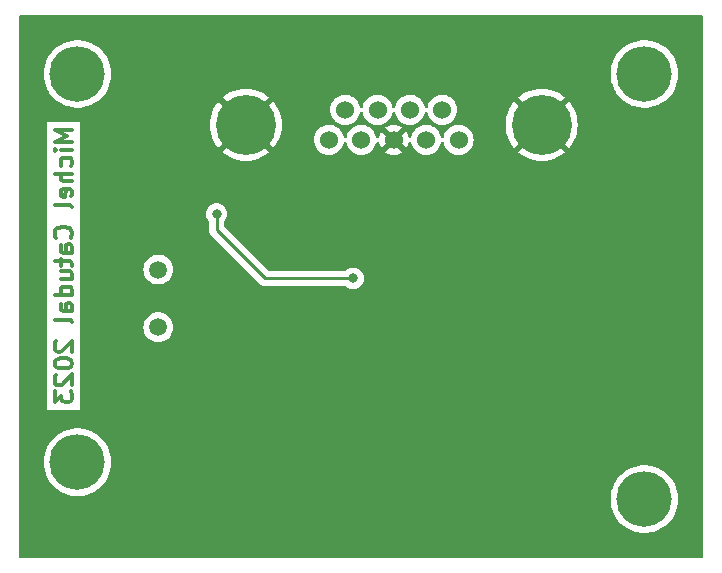
<source format=gbl>
G04 #@! TF.GenerationSoftware,KiCad,Pcbnew,8.0.6*
G04 #@! TF.CreationDate,2025-01-13T19:20:44-05:00*
G04 #@! TF.ProjectId,yy_CAN_board,79795f43-414e-45f6-926f-6172642e6b69,1.0*
G04 #@! TF.SameCoordinates,Original*
G04 #@! TF.FileFunction,Copper,L2,Bot*
G04 #@! TF.FilePolarity,Positive*
%FSLAX46Y46*%
G04 Gerber Fmt 4.6, Leading zero omitted, Abs format (unit mm)*
G04 Created by KiCad (PCBNEW 8.0.6) date 2025-01-13 19:20:44*
%MOMM*%
%LPD*%
G01*
G04 APERTURE LIST*
%ADD10C,0.300000*%
G04 #@! TA.AperFunction,NonConductor*
%ADD11C,0.300000*%
G04 #@! TD*
G04 #@! TA.AperFunction,ComponentPad*
%ADD12C,4.700000*%
G04 #@! TD*
G04 #@! TA.AperFunction,ComponentPad*
%ADD13C,5.080000*%
G04 #@! TD*
G04 #@! TA.AperFunction,ComponentPad*
%ADD14C,1.524000*%
G04 #@! TD*
G04 #@! TA.AperFunction,ComponentPad*
%ADD15C,1.500000*%
G04 #@! TD*
G04 #@! TA.AperFunction,ViaPad*
%ADD16C,0.800000*%
G04 #@! TD*
G04 #@! TA.AperFunction,Conductor*
%ADD17C,0.250000*%
G04 #@! TD*
G04 APERTURE END LIST*
D10*
D11*
X116567928Y-96725400D02*
X115067928Y-96725400D01*
X115067928Y-96725400D02*
X116139357Y-97225400D01*
X116139357Y-97225400D02*
X115067928Y-97725400D01*
X115067928Y-97725400D02*
X116567928Y-97725400D01*
X116567928Y-98439686D02*
X115567928Y-98439686D01*
X115067928Y-98439686D02*
X115139357Y-98368258D01*
X115139357Y-98368258D02*
X115210785Y-98439686D01*
X115210785Y-98439686D02*
X115139357Y-98511115D01*
X115139357Y-98511115D02*
X115067928Y-98439686D01*
X115067928Y-98439686D02*
X115210785Y-98439686D01*
X116496500Y-99796830D02*
X116567928Y-99653972D01*
X116567928Y-99653972D02*
X116567928Y-99368258D01*
X116567928Y-99368258D02*
X116496500Y-99225401D01*
X116496500Y-99225401D02*
X116425071Y-99153972D01*
X116425071Y-99153972D02*
X116282214Y-99082544D01*
X116282214Y-99082544D02*
X115853642Y-99082544D01*
X115853642Y-99082544D02*
X115710785Y-99153972D01*
X115710785Y-99153972D02*
X115639357Y-99225401D01*
X115639357Y-99225401D02*
X115567928Y-99368258D01*
X115567928Y-99368258D02*
X115567928Y-99653972D01*
X115567928Y-99653972D02*
X115639357Y-99796830D01*
X116567928Y-100439686D02*
X115067928Y-100439686D01*
X116567928Y-101082544D02*
X115782214Y-101082544D01*
X115782214Y-101082544D02*
X115639357Y-101011115D01*
X115639357Y-101011115D02*
X115567928Y-100868258D01*
X115567928Y-100868258D02*
X115567928Y-100653972D01*
X115567928Y-100653972D02*
X115639357Y-100511115D01*
X115639357Y-100511115D02*
X115710785Y-100439686D01*
X116496500Y-102368258D02*
X116567928Y-102225401D01*
X116567928Y-102225401D02*
X116567928Y-101939687D01*
X116567928Y-101939687D02*
X116496500Y-101796829D01*
X116496500Y-101796829D02*
X116353642Y-101725401D01*
X116353642Y-101725401D02*
X115782214Y-101725401D01*
X115782214Y-101725401D02*
X115639357Y-101796829D01*
X115639357Y-101796829D02*
X115567928Y-101939687D01*
X115567928Y-101939687D02*
X115567928Y-102225401D01*
X115567928Y-102225401D02*
X115639357Y-102368258D01*
X115639357Y-102368258D02*
X115782214Y-102439687D01*
X115782214Y-102439687D02*
X115925071Y-102439687D01*
X115925071Y-102439687D02*
X116067928Y-101725401D01*
X116567928Y-103296829D02*
X116496500Y-103153972D01*
X116496500Y-103153972D02*
X116353642Y-103082543D01*
X116353642Y-103082543D02*
X115067928Y-103082543D01*
X116425071Y-105868257D02*
X116496500Y-105796829D01*
X116496500Y-105796829D02*
X116567928Y-105582543D01*
X116567928Y-105582543D02*
X116567928Y-105439686D01*
X116567928Y-105439686D02*
X116496500Y-105225400D01*
X116496500Y-105225400D02*
X116353642Y-105082543D01*
X116353642Y-105082543D02*
X116210785Y-105011114D01*
X116210785Y-105011114D02*
X115925071Y-104939686D01*
X115925071Y-104939686D02*
X115710785Y-104939686D01*
X115710785Y-104939686D02*
X115425071Y-105011114D01*
X115425071Y-105011114D02*
X115282214Y-105082543D01*
X115282214Y-105082543D02*
X115139357Y-105225400D01*
X115139357Y-105225400D02*
X115067928Y-105439686D01*
X115067928Y-105439686D02*
X115067928Y-105582543D01*
X115067928Y-105582543D02*
X115139357Y-105796829D01*
X115139357Y-105796829D02*
X115210785Y-105868257D01*
X116567928Y-107153972D02*
X115782214Y-107153972D01*
X115782214Y-107153972D02*
X115639357Y-107082543D01*
X115639357Y-107082543D02*
X115567928Y-106939686D01*
X115567928Y-106939686D02*
X115567928Y-106653972D01*
X115567928Y-106653972D02*
X115639357Y-106511114D01*
X116496500Y-107153972D02*
X116567928Y-107011114D01*
X116567928Y-107011114D02*
X116567928Y-106653972D01*
X116567928Y-106653972D02*
X116496500Y-106511114D01*
X116496500Y-106511114D02*
X116353642Y-106439686D01*
X116353642Y-106439686D02*
X116210785Y-106439686D01*
X116210785Y-106439686D02*
X116067928Y-106511114D01*
X116067928Y-106511114D02*
X115996500Y-106653972D01*
X115996500Y-106653972D02*
X115996500Y-107011114D01*
X115996500Y-107011114D02*
X115925071Y-107153972D01*
X115567928Y-107653972D02*
X115567928Y-108225400D01*
X115067928Y-107868257D02*
X116353642Y-107868257D01*
X116353642Y-107868257D02*
X116496500Y-107939686D01*
X116496500Y-107939686D02*
X116567928Y-108082543D01*
X116567928Y-108082543D02*
X116567928Y-108225400D01*
X115567928Y-109368258D02*
X116567928Y-109368258D01*
X115567928Y-108725400D02*
X116353642Y-108725400D01*
X116353642Y-108725400D02*
X116496500Y-108796829D01*
X116496500Y-108796829D02*
X116567928Y-108939686D01*
X116567928Y-108939686D02*
X116567928Y-109153972D01*
X116567928Y-109153972D02*
X116496500Y-109296829D01*
X116496500Y-109296829D02*
X116425071Y-109368258D01*
X116567928Y-110725401D02*
X115067928Y-110725401D01*
X116496500Y-110725401D02*
X116567928Y-110582543D01*
X116567928Y-110582543D02*
X116567928Y-110296829D01*
X116567928Y-110296829D02*
X116496500Y-110153972D01*
X116496500Y-110153972D02*
X116425071Y-110082543D01*
X116425071Y-110082543D02*
X116282214Y-110011115D01*
X116282214Y-110011115D02*
X115853642Y-110011115D01*
X115853642Y-110011115D02*
X115710785Y-110082543D01*
X115710785Y-110082543D02*
X115639357Y-110153972D01*
X115639357Y-110153972D02*
X115567928Y-110296829D01*
X115567928Y-110296829D02*
X115567928Y-110582543D01*
X115567928Y-110582543D02*
X115639357Y-110725401D01*
X116567928Y-112082544D02*
X115782214Y-112082544D01*
X115782214Y-112082544D02*
X115639357Y-112011115D01*
X115639357Y-112011115D02*
X115567928Y-111868258D01*
X115567928Y-111868258D02*
X115567928Y-111582544D01*
X115567928Y-111582544D02*
X115639357Y-111439686D01*
X116496500Y-112082544D02*
X116567928Y-111939686D01*
X116567928Y-111939686D02*
X116567928Y-111582544D01*
X116567928Y-111582544D02*
X116496500Y-111439686D01*
X116496500Y-111439686D02*
X116353642Y-111368258D01*
X116353642Y-111368258D02*
X116210785Y-111368258D01*
X116210785Y-111368258D02*
X116067928Y-111439686D01*
X116067928Y-111439686D02*
X115996500Y-111582544D01*
X115996500Y-111582544D02*
X115996500Y-111939686D01*
X115996500Y-111939686D02*
X115925071Y-112082544D01*
X116567928Y-113011115D02*
X116496500Y-112868258D01*
X116496500Y-112868258D02*
X116353642Y-112796829D01*
X116353642Y-112796829D02*
X115067928Y-112796829D01*
X115210785Y-114653972D02*
X115139357Y-114725400D01*
X115139357Y-114725400D02*
X115067928Y-114868258D01*
X115067928Y-114868258D02*
X115067928Y-115225400D01*
X115067928Y-115225400D02*
X115139357Y-115368258D01*
X115139357Y-115368258D02*
X115210785Y-115439686D01*
X115210785Y-115439686D02*
X115353642Y-115511115D01*
X115353642Y-115511115D02*
X115496500Y-115511115D01*
X115496500Y-115511115D02*
X115710785Y-115439686D01*
X115710785Y-115439686D02*
X116567928Y-114582543D01*
X116567928Y-114582543D02*
X116567928Y-115511115D01*
X115067928Y-116439686D02*
X115067928Y-116582543D01*
X115067928Y-116582543D02*
X115139357Y-116725400D01*
X115139357Y-116725400D02*
X115210785Y-116796829D01*
X115210785Y-116796829D02*
X115353642Y-116868257D01*
X115353642Y-116868257D02*
X115639357Y-116939686D01*
X115639357Y-116939686D02*
X115996500Y-116939686D01*
X115996500Y-116939686D02*
X116282214Y-116868257D01*
X116282214Y-116868257D02*
X116425071Y-116796829D01*
X116425071Y-116796829D02*
X116496500Y-116725400D01*
X116496500Y-116725400D02*
X116567928Y-116582543D01*
X116567928Y-116582543D02*
X116567928Y-116439686D01*
X116567928Y-116439686D02*
X116496500Y-116296829D01*
X116496500Y-116296829D02*
X116425071Y-116225400D01*
X116425071Y-116225400D02*
X116282214Y-116153971D01*
X116282214Y-116153971D02*
X115996500Y-116082543D01*
X115996500Y-116082543D02*
X115639357Y-116082543D01*
X115639357Y-116082543D02*
X115353642Y-116153971D01*
X115353642Y-116153971D02*
X115210785Y-116225400D01*
X115210785Y-116225400D02*
X115139357Y-116296829D01*
X115139357Y-116296829D02*
X115067928Y-116439686D01*
X115210785Y-117511114D02*
X115139357Y-117582542D01*
X115139357Y-117582542D02*
X115067928Y-117725400D01*
X115067928Y-117725400D02*
X115067928Y-118082542D01*
X115067928Y-118082542D02*
X115139357Y-118225400D01*
X115139357Y-118225400D02*
X115210785Y-118296828D01*
X115210785Y-118296828D02*
X115353642Y-118368257D01*
X115353642Y-118368257D02*
X115496500Y-118368257D01*
X115496500Y-118368257D02*
X115710785Y-118296828D01*
X115710785Y-118296828D02*
X116567928Y-117439685D01*
X116567928Y-117439685D02*
X116567928Y-118368257D01*
X115067928Y-118868256D02*
X115067928Y-119796828D01*
X115067928Y-119796828D02*
X115639357Y-119296828D01*
X115639357Y-119296828D02*
X115639357Y-119511113D01*
X115639357Y-119511113D02*
X115710785Y-119653971D01*
X115710785Y-119653971D02*
X115782214Y-119725399D01*
X115782214Y-119725399D02*
X115925071Y-119796828D01*
X115925071Y-119796828D02*
X116282214Y-119796828D01*
X116282214Y-119796828D02*
X116425071Y-119725399D01*
X116425071Y-119725399D02*
X116496500Y-119653971D01*
X116496500Y-119653971D02*
X116567928Y-119511113D01*
X116567928Y-119511113D02*
X116567928Y-119082542D01*
X116567928Y-119082542D02*
X116496500Y-118939685D01*
X116496500Y-118939685D02*
X116425071Y-118868256D01*
D12*
X117000000Y-92000000D03*
X165000000Y-92000000D03*
X165000000Y-128000000D03*
X117000000Y-124876800D03*
D13*
X156301800Y-96300000D03*
X131257400Y-96300000D03*
D14*
X147894400Y-95030000D03*
X145151200Y-95030000D03*
X142408000Y-95030000D03*
X139664800Y-95030000D03*
X149266000Y-97570000D03*
X146522800Y-97570000D03*
X143779600Y-97570000D03*
X141036400Y-97570000D03*
X138293200Y-97570000D03*
D15*
X123848600Y-108559400D03*
X123848600Y-113439400D03*
D16*
X139979600Y-106795400D03*
X158009600Y-125855400D03*
X135729600Y-106615400D03*
X145069600Y-122525400D03*
X140339400Y-109312700D03*
X128780800Y-103863500D03*
D17*
X135729600Y-106615400D02*
X139919600Y-106615400D01*
X139919600Y-106615400D02*
X139979600Y-106795400D01*
X145069600Y-122525400D02*
X154679600Y-122525400D01*
X139979600Y-106795400D02*
X139949600Y-106645400D01*
X154679600Y-122525400D02*
X158009600Y-125855400D01*
X132876900Y-109312700D02*
X140339400Y-109312700D01*
X128780800Y-105216600D02*
X132876900Y-109312700D01*
X128780800Y-103863500D02*
X128780800Y-105216600D01*
G04 #@! TA.AperFunction,Conductor*
G36*
X169916621Y-87045502D02*
G01*
X169963114Y-87099158D01*
X169974500Y-87151500D01*
X169974500Y-132848500D01*
X169954498Y-132916621D01*
X169900842Y-132963114D01*
X169848500Y-132974500D01*
X124284311Y-132974500D01*
X112151222Y-132947755D01*
X112083146Y-132927603D01*
X112036771Y-132873845D01*
X112025500Y-132821755D01*
X112025500Y-128000000D01*
X162136656Y-128000000D01*
X162156016Y-128332403D01*
X162156016Y-128332409D01*
X162156017Y-128332414D01*
X162213838Y-128660333D01*
X162309337Y-128979321D01*
X162309339Y-128979327D01*
X162309340Y-128979328D01*
X162441220Y-129285063D01*
X162441222Y-129285066D01*
X162607711Y-129573433D01*
X162607714Y-129573437D01*
X162806552Y-129840523D01*
X163035057Y-130082724D01*
X163290134Y-130296758D01*
X163568320Y-130479724D01*
X163568328Y-130479729D01*
X163865887Y-130629169D01*
X164022335Y-130686111D01*
X164178775Y-130743051D01*
X164178776Y-130743051D01*
X164178784Y-130743054D01*
X164502786Y-130819843D01*
X164691771Y-130841932D01*
X164833508Y-130858500D01*
X164833511Y-130858500D01*
X165166492Y-130858500D01*
X165290510Y-130844003D01*
X165497214Y-130819843D01*
X165821216Y-130743054D01*
X166134113Y-130629169D01*
X166431672Y-130479729D01*
X166709870Y-130296755D01*
X166964946Y-130082721D01*
X167193449Y-129840522D01*
X167392289Y-129573433D01*
X167558778Y-129285066D01*
X167690663Y-128979321D01*
X167786162Y-128660333D01*
X167843983Y-128332414D01*
X167863344Y-128000000D01*
X167843983Y-127667586D01*
X167786162Y-127339667D01*
X167690663Y-127020679D01*
X167558778Y-126714934D01*
X167392289Y-126426567D01*
X167193449Y-126159478D01*
X166964946Y-125917279D01*
X166964944Y-125917278D01*
X166964942Y-125917275D01*
X166709865Y-125703241D01*
X166431679Y-125520275D01*
X166431675Y-125520273D01*
X166431672Y-125520271D01*
X166134113Y-125370831D01*
X166134108Y-125370829D01*
X166134103Y-125370827D01*
X165821224Y-125256948D01*
X165821217Y-125256946D01*
X165821216Y-125256946D01*
X165619817Y-125209214D01*
X165497219Y-125180158D01*
X165497209Y-125180156D01*
X165166492Y-125141500D01*
X165166489Y-125141500D01*
X164833511Y-125141500D01*
X164833508Y-125141500D01*
X164502790Y-125180156D01*
X164502780Y-125180158D01*
X164178784Y-125256946D01*
X164178775Y-125256948D01*
X163865896Y-125370827D01*
X163865891Y-125370829D01*
X163568320Y-125520275D01*
X163290134Y-125703241D01*
X163035057Y-125917275D01*
X162806552Y-126159476D01*
X162607714Y-126426562D01*
X162607704Y-126426578D01*
X162441223Y-126714931D01*
X162441220Y-126714936D01*
X162309340Y-127020671D01*
X162309338Y-127020677D01*
X162213838Y-127339666D01*
X162156016Y-127667590D01*
X162156016Y-127667596D01*
X162136656Y-128000000D01*
X112025500Y-128000000D01*
X112025500Y-124876800D01*
X114136656Y-124876800D01*
X114156016Y-125209203D01*
X114156016Y-125209209D01*
X114156017Y-125209214D01*
X114213838Y-125537133D01*
X114309337Y-125856121D01*
X114309339Y-125856127D01*
X114309340Y-125856128D01*
X114441220Y-126161863D01*
X114441223Y-126161868D01*
X114594047Y-126426567D01*
X114607711Y-126450233D01*
X114607714Y-126450237D01*
X114806552Y-126717323D01*
X115035057Y-126959524D01*
X115290134Y-127173558D01*
X115568320Y-127356524D01*
X115568328Y-127356529D01*
X115865887Y-127505969D01*
X116022335Y-127562911D01*
X116178775Y-127619851D01*
X116178776Y-127619851D01*
X116178784Y-127619854D01*
X116502786Y-127696643D01*
X116691771Y-127718732D01*
X116833508Y-127735300D01*
X116833511Y-127735300D01*
X117166492Y-127735300D01*
X117290510Y-127720803D01*
X117497214Y-127696643D01*
X117821216Y-127619854D01*
X118134113Y-127505969D01*
X118431672Y-127356529D01*
X118709870Y-127173555D01*
X118964946Y-126959521D01*
X119193449Y-126717322D01*
X119392289Y-126450233D01*
X119558778Y-126161866D01*
X119690663Y-125856121D01*
X119786162Y-125537133D01*
X119843983Y-125209214D01*
X119863344Y-124876800D01*
X119843983Y-124544386D01*
X119786162Y-124216467D01*
X119690663Y-123897479D01*
X119558778Y-123591734D01*
X119392289Y-123303367D01*
X119193449Y-123036278D01*
X118964946Y-122794079D01*
X118964944Y-122794078D01*
X118964942Y-122794075D01*
X118709865Y-122580041D01*
X118431679Y-122397075D01*
X118431675Y-122397073D01*
X118431672Y-122397071D01*
X118134113Y-122247631D01*
X118134108Y-122247629D01*
X118134103Y-122247627D01*
X117821224Y-122133748D01*
X117821217Y-122133746D01*
X117821216Y-122133746D01*
X117639258Y-122090621D01*
X117497219Y-122056958D01*
X117497209Y-122056956D01*
X117166492Y-122018300D01*
X117166489Y-122018300D01*
X116833511Y-122018300D01*
X116833508Y-122018300D01*
X116502790Y-122056956D01*
X116502780Y-122056958D01*
X116178784Y-122133746D01*
X116178775Y-122133748D01*
X115865896Y-122247627D01*
X115865891Y-122247629D01*
X115568320Y-122397075D01*
X115290134Y-122580041D01*
X115035057Y-122794075D01*
X114806552Y-123036276D01*
X114607714Y-123303362D01*
X114607704Y-123303378D01*
X114441223Y-123591731D01*
X114441220Y-123591736D01*
X114309340Y-123897471D01*
X114309338Y-123897477D01*
X114213838Y-124216466D01*
X114156016Y-124544390D01*
X114156016Y-124544396D01*
X114136656Y-124876800D01*
X112025500Y-124876800D01*
X112025500Y-120462053D01*
X114402703Y-120462053D01*
X117233153Y-120462053D01*
X117233153Y-113439400D01*
X122585293Y-113439400D01*
X122604485Y-113658771D01*
X122661480Y-113871476D01*
X122754544Y-114071054D01*
X122880851Y-114251438D01*
X122880854Y-114251442D01*
X123036557Y-114407145D01*
X123036561Y-114407148D01*
X123036562Y-114407149D01*
X123216946Y-114533456D01*
X123416524Y-114626520D01*
X123629229Y-114683515D01*
X123848600Y-114702707D01*
X124067971Y-114683515D01*
X124280676Y-114626520D01*
X124480254Y-114533456D01*
X124660638Y-114407149D01*
X124816349Y-114251438D01*
X124942656Y-114071054D01*
X125035720Y-113871476D01*
X125092715Y-113658771D01*
X125111907Y-113439400D01*
X125092715Y-113220029D01*
X125035720Y-113007324D01*
X124942656Y-112807747D01*
X124816349Y-112627362D01*
X124660638Y-112471651D01*
X124480254Y-112345344D01*
X124480250Y-112345342D01*
X124280679Y-112252281D01*
X124280673Y-112252279D01*
X124190778Y-112228191D01*
X124067971Y-112195285D01*
X123848600Y-112176093D01*
X123629229Y-112195285D01*
X123416526Y-112252279D01*
X123416520Y-112252281D01*
X123216946Y-112345344D01*
X123036565Y-112471648D01*
X123036559Y-112471653D01*
X122880853Y-112627359D01*
X122880848Y-112627365D01*
X122754544Y-112807746D01*
X122661481Y-113007320D01*
X122661480Y-113007324D01*
X122604485Y-113220029D01*
X122585293Y-113439400D01*
X117233153Y-113439400D01*
X117233153Y-108559400D01*
X122585293Y-108559400D01*
X122604485Y-108778771D01*
X122661480Y-108991476D01*
X122754544Y-109191054D01*
X122839722Y-109312700D01*
X122880851Y-109371438D01*
X122880854Y-109371442D01*
X123036557Y-109527145D01*
X123036561Y-109527148D01*
X123036562Y-109527149D01*
X123216946Y-109653456D01*
X123416524Y-109746520D01*
X123629229Y-109803515D01*
X123848600Y-109822707D01*
X124067971Y-109803515D01*
X124280676Y-109746520D01*
X124480254Y-109653456D01*
X124660638Y-109527149D01*
X124816349Y-109371438D01*
X124942656Y-109191054D01*
X125035720Y-108991476D01*
X125092715Y-108778771D01*
X125111907Y-108559400D01*
X125092715Y-108340029D01*
X125035720Y-108127324D01*
X124942656Y-107927747D01*
X124816349Y-107747362D01*
X124660638Y-107591651D01*
X124480254Y-107465344D01*
X124480250Y-107465342D01*
X124280679Y-107372281D01*
X124280673Y-107372279D01*
X124190778Y-107348191D01*
X124067971Y-107315285D01*
X123848600Y-107296093D01*
X123629229Y-107315285D01*
X123416526Y-107372279D01*
X123416520Y-107372281D01*
X123216946Y-107465344D01*
X123036565Y-107591648D01*
X123036559Y-107591653D01*
X122880853Y-107747359D01*
X122880848Y-107747365D01*
X122754544Y-107927746D01*
X122661481Y-108127320D01*
X122661480Y-108127324D01*
X122604485Y-108340029D01*
X122585293Y-108559400D01*
X117233153Y-108559400D01*
X117233153Y-103863500D01*
X127867296Y-103863500D01*
X127887257Y-104053427D01*
X127917326Y-104145970D01*
X127946273Y-104235056D01*
X128041760Y-104400444D01*
X128114937Y-104481715D01*
X128145653Y-104545720D01*
X128147300Y-104566024D01*
X128147300Y-105154206D01*
X128147300Y-105278994D01*
X128171645Y-105401385D01*
X128219400Y-105516675D01*
X128288729Y-105620433D01*
X132473067Y-109804771D01*
X132576825Y-109874100D01*
X132692115Y-109921855D01*
X132814506Y-109946200D01*
X132939294Y-109946200D01*
X139631200Y-109946200D01*
X139699321Y-109966202D01*
X139724837Y-109987890D01*
X139728147Y-109991566D01*
X139882648Y-110103818D01*
X140057112Y-110181494D01*
X140243913Y-110221200D01*
X140434887Y-110221200D01*
X140621688Y-110181494D01*
X140796152Y-110103818D01*
X140950653Y-109991566D01*
X141078440Y-109849644D01*
X141173927Y-109684256D01*
X141232942Y-109502628D01*
X141252904Y-109312700D01*
X141232942Y-109122772D01*
X141173927Y-108941144D01*
X141078440Y-108775756D01*
X141078438Y-108775754D01*
X141078434Y-108775748D01*
X140950655Y-108633835D01*
X140796152Y-108521582D01*
X140621688Y-108443906D01*
X140434887Y-108404200D01*
X140243913Y-108404200D01*
X140057111Y-108443906D01*
X139882647Y-108521582D01*
X139728147Y-108633833D01*
X139724837Y-108637510D01*
X139664391Y-108674750D01*
X139631200Y-108679200D01*
X133191494Y-108679200D01*
X133123373Y-108659198D01*
X133102399Y-108642295D01*
X129451205Y-104991101D01*
X129417179Y-104928789D01*
X129414300Y-104902006D01*
X129414300Y-104566024D01*
X129434302Y-104497903D01*
X129446658Y-104481720D01*
X129519840Y-104400444D01*
X129615327Y-104235056D01*
X129674342Y-104053428D01*
X129694304Y-103863500D01*
X129674342Y-103673572D01*
X129615327Y-103491944D01*
X129519840Y-103326556D01*
X129519838Y-103326554D01*
X129519834Y-103326548D01*
X129392055Y-103184635D01*
X129237552Y-103072382D01*
X129063088Y-102994706D01*
X128876287Y-102955000D01*
X128685313Y-102955000D01*
X128498511Y-102994706D01*
X128324047Y-103072382D01*
X128169544Y-103184635D01*
X128041765Y-103326548D01*
X128041758Y-103326558D01*
X127946276Y-103491938D01*
X127946273Y-103491945D01*
X127887257Y-103673572D01*
X127867296Y-103863500D01*
X117233153Y-103863500D01*
X117233153Y-96300000D01*
X128204597Y-96300000D01*
X128223791Y-96641802D01*
X128281135Y-96979306D01*
X128375911Y-97308281D01*
X128506919Y-97624560D01*
X128506922Y-97624565D01*
X128672515Y-97924185D01*
X128870615Y-98203381D01*
X128870631Y-98203401D01*
X128929223Y-98268966D01*
X129924256Y-97273933D01*
X129998088Y-97375554D01*
X130181846Y-97559312D01*
X130283465Y-97633142D01*
X129288432Y-98628175D01*
X129353998Y-98686768D01*
X129354018Y-98686784D01*
X129633214Y-98884884D01*
X129932834Y-99050477D01*
X129932839Y-99050480D01*
X130249118Y-99181488D01*
X130578093Y-99276264D01*
X130915597Y-99333608D01*
X131257400Y-99352802D01*
X131599202Y-99333608D01*
X131936706Y-99276264D01*
X132265681Y-99181488D01*
X132581960Y-99050480D01*
X132581965Y-99050477D01*
X132881585Y-98884884D01*
X133160785Y-98686781D01*
X133160787Y-98686780D01*
X133226365Y-98628175D01*
X132231333Y-97633143D01*
X132332954Y-97559312D01*
X132516712Y-97375554D01*
X132590543Y-97273933D01*
X133585575Y-98268965D01*
X133644180Y-98203387D01*
X133644181Y-98203385D01*
X133842284Y-97924185D01*
X134007877Y-97624565D01*
X134007880Y-97624560D01*
X134030480Y-97570000D01*
X137017847Y-97570000D01*
X137037222Y-97791463D01*
X137079970Y-97951000D01*
X137094759Y-98006193D01*
X137094761Y-98006199D01*
X137188711Y-98207675D01*
X137188712Y-98207677D01*
X137316216Y-98389772D01*
X137316220Y-98389777D01*
X137316223Y-98389781D01*
X137473419Y-98546977D01*
X137473423Y-98546980D01*
X137473427Y-98546983D01*
X137577324Y-98619732D01*
X137655523Y-98674488D01*
X137857004Y-98768440D01*
X138071737Y-98825978D01*
X138293200Y-98845353D01*
X138514663Y-98825978D01*
X138729396Y-98768440D01*
X138930877Y-98674488D01*
X139112981Y-98546977D01*
X139270177Y-98389781D01*
X139397688Y-98207677D01*
X139491640Y-98006196D01*
X139543094Y-97814166D01*
X139580045Y-97753546D01*
X139643905Y-97722525D01*
X139714400Y-97730953D01*
X139769147Y-97776156D01*
X139786504Y-97814164D01*
X139820406Y-97940687D01*
X139837959Y-98006194D01*
X139837961Y-98006199D01*
X139931911Y-98207675D01*
X139931912Y-98207677D01*
X140059416Y-98389772D01*
X140059420Y-98389777D01*
X140059423Y-98389781D01*
X140216619Y-98546977D01*
X140216623Y-98546980D01*
X140216627Y-98546983D01*
X140320524Y-98619732D01*
X140398723Y-98674488D01*
X140600204Y-98768440D01*
X140814937Y-98825978D01*
X141036400Y-98845353D01*
X141257863Y-98825978D01*
X141472596Y-98768440D01*
X141674077Y-98674488D01*
X141856181Y-98546977D01*
X142013377Y-98389781D01*
X142140888Y-98207677D01*
X142234840Y-98006196D01*
X142286553Y-97813199D01*
X142323504Y-97752579D01*
X142387364Y-97721558D01*
X142457859Y-97729986D01*
X142512606Y-97775189D01*
X142529966Y-97813202D01*
X142581631Y-98006023D01*
X142581633Y-98006027D01*
X142675546Y-98207425D01*
X142719784Y-98270603D01*
X142719785Y-98270603D01*
X143288909Y-97701479D01*
X143306219Y-97766081D01*
X143373098Y-97881920D01*
X143467680Y-97976502D01*
X143583519Y-98043381D01*
X143648119Y-98060690D01*
X143078995Y-98629813D01*
X143078995Y-98629814D01*
X143142175Y-98674053D01*
X143142174Y-98674053D01*
X143343572Y-98767966D01*
X143343576Y-98767968D01*
X143558225Y-98825482D01*
X143779600Y-98844850D01*
X144000974Y-98825482D01*
X144215623Y-98767968D01*
X144215627Y-98767966D01*
X144417025Y-98674053D01*
X144417026Y-98674052D01*
X144480203Y-98629814D01*
X144480203Y-98629812D01*
X143911081Y-98060690D01*
X143975681Y-98043381D01*
X144091520Y-97976502D01*
X144186102Y-97881920D01*
X144252981Y-97766081D01*
X144270290Y-97701481D01*
X144839412Y-98270603D01*
X144839414Y-98270603D01*
X144883652Y-98207426D01*
X144883653Y-98207425D01*
X144977566Y-98006027D01*
X144977569Y-98006020D01*
X145029233Y-97813203D01*
X145066184Y-97752580D01*
X145130044Y-97721558D01*
X145200539Y-97729986D01*
X145255286Y-97775188D01*
X145272646Y-97813199D01*
X145309570Y-97951000D01*
X145324360Y-98006196D01*
X145324361Y-98006199D01*
X145418311Y-98207675D01*
X145418312Y-98207677D01*
X145545816Y-98389772D01*
X145545820Y-98389777D01*
X145545823Y-98389781D01*
X145703019Y-98546977D01*
X145703023Y-98546980D01*
X145703027Y-98546983D01*
X145806924Y-98619732D01*
X145885123Y-98674488D01*
X146086604Y-98768440D01*
X146301337Y-98825978D01*
X146522800Y-98845353D01*
X146744263Y-98825978D01*
X146958996Y-98768440D01*
X147160477Y-98674488D01*
X147342581Y-98546977D01*
X147499777Y-98389781D01*
X147627288Y-98207677D01*
X147721240Y-98006196D01*
X147772694Y-97814166D01*
X147809645Y-97753546D01*
X147873505Y-97722525D01*
X147944000Y-97730953D01*
X147998747Y-97776156D01*
X148016104Y-97814164D01*
X148050006Y-97940687D01*
X148067559Y-98006194D01*
X148067561Y-98006199D01*
X148161511Y-98207675D01*
X148161512Y-98207677D01*
X148289016Y-98389772D01*
X148289020Y-98389777D01*
X148289023Y-98389781D01*
X148446219Y-98546977D01*
X148446223Y-98546980D01*
X148446227Y-98546983D01*
X148550124Y-98619732D01*
X148628323Y-98674488D01*
X148829804Y-98768440D01*
X149044537Y-98825978D01*
X149266000Y-98845353D01*
X149487463Y-98825978D01*
X149702196Y-98768440D01*
X149903677Y-98674488D01*
X150085781Y-98546977D01*
X150242977Y-98389781D01*
X150370488Y-98207677D01*
X150464440Y-98006196D01*
X150521978Y-97791463D01*
X150541353Y-97570000D01*
X150521978Y-97348537D01*
X150464440Y-97133804D01*
X150370488Y-96932324D01*
X150242977Y-96750219D01*
X150085781Y-96593023D01*
X150085777Y-96593020D01*
X150085772Y-96593016D01*
X149903677Y-96465512D01*
X149903675Y-96465511D01*
X149702199Y-96371561D01*
X149702193Y-96371559D01*
X149660074Y-96360273D01*
X149487463Y-96314022D01*
X149327187Y-96300000D01*
X153248997Y-96300000D01*
X153268191Y-96641802D01*
X153325535Y-96979306D01*
X153420311Y-97308281D01*
X153551319Y-97624560D01*
X153551322Y-97624565D01*
X153716915Y-97924185D01*
X153915015Y-98203381D01*
X153915031Y-98203401D01*
X153973623Y-98268966D01*
X154968656Y-97273933D01*
X155042488Y-97375554D01*
X155226246Y-97559312D01*
X155327865Y-97633142D01*
X154332832Y-98628175D01*
X154398398Y-98686768D01*
X154398418Y-98686784D01*
X154677614Y-98884884D01*
X154977234Y-99050477D01*
X154977239Y-99050480D01*
X155293518Y-99181488D01*
X155622493Y-99276264D01*
X155959997Y-99333608D01*
X156301800Y-99352802D01*
X156643602Y-99333608D01*
X156981106Y-99276264D01*
X157310081Y-99181488D01*
X157626360Y-99050480D01*
X157626365Y-99050477D01*
X157925985Y-98884884D01*
X158205185Y-98686781D01*
X158205187Y-98686780D01*
X158270765Y-98628175D01*
X157275733Y-97633143D01*
X157377354Y-97559312D01*
X157561112Y-97375554D01*
X157634943Y-97273933D01*
X158629975Y-98268965D01*
X158688580Y-98203387D01*
X158688581Y-98203385D01*
X158886684Y-97924185D01*
X159052277Y-97624565D01*
X159052280Y-97624560D01*
X159183288Y-97308281D01*
X159278064Y-96979306D01*
X159335408Y-96641802D01*
X159354602Y-96300000D01*
X159335408Y-95958197D01*
X159278064Y-95620693D01*
X159183288Y-95291718D01*
X159052280Y-94975439D01*
X159052277Y-94975434D01*
X158886684Y-94675814D01*
X158688584Y-94396618D01*
X158688568Y-94396598D01*
X158629975Y-94331032D01*
X157634942Y-95326064D01*
X157561112Y-95224446D01*
X157377354Y-95040688D01*
X157275733Y-94966856D01*
X158270766Y-93971823D01*
X158205201Y-93913231D01*
X158205181Y-93913215D01*
X157925985Y-93715115D01*
X157626365Y-93549522D01*
X157626360Y-93549519D01*
X157310081Y-93418511D01*
X156981106Y-93323735D01*
X156643602Y-93266391D01*
X156301800Y-93247197D01*
X155959997Y-93266391D01*
X155622493Y-93323735D01*
X155293518Y-93418511D01*
X154977239Y-93549519D01*
X154977234Y-93549522D01*
X154677619Y-93715113D01*
X154398405Y-93913226D01*
X154332832Y-93971823D01*
X155327865Y-94966856D01*
X155226246Y-95040688D01*
X155042488Y-95224446D01*
X154968656Y-95326065D01*
X153973623Y-94331032D01*
X153915026Y-94396605D01*
X153716913Y-94675819D01*
X153551322Y-94975434D01*
X153551319Y-94975439D01*
X153420311Y-95291718D01*
X153325535Y-95620693D01*
X153268191Y-95958197D01*
X153248997Y-96300000D01*
X149327187Y-96300000D01*
X149266000Y-96294647D01*
X149044537Y-96314022D01*
X148929463Y-96344856D01*
X148829806Y-96371559D01*
X148829801Y-96371561D01*
X148628323Y-96465512D01*
X148446222Y-96593020D01*
X148446216Y-96593025D01*
X148289025Y-96750216D01*
X148289020Y-96750222D01*
X148161512Y-96932323D01*
X148067561Y-97133801D01*
X148067559Y-97133806D01*
X148067513Y-97133979D01*
X148016105Y-97325831D01*
X147979155Y-97386453D01*
X147915295Y-97417474D01*
X147844800Y-97409046D01*
X147790053Y-97363843D01*
X147772694Y-97325833D01*
X147721240Y-97133804D01*
X147627288Y-96932324D01*
X147499777Y-96750219D01*
X147342581Y-96593023D01*
X147342577Y-96593020D01*
X147342572Y-96593016D01*
X147160477Y-96465512D01*
X147160475Y-96465511D01*
X146958999Y-96371561D01*
X146958993Y-96371559D01*
X146916874Y-96360273D01*
X146744263Y-96314022D01*
X146522800Y-96294647D01*
X146301337Y-96314022D01*
X146186263Y-96344856D01*
X146086606Y-96371559D01*
X146086601Y-96371561D01*
X145885123Y-96465512D01*
X145703022Y-96593020D01*
X145703016Y-96593025D01*
X145545825Y-96750216D01*
X145545820Y-96750222D01*
X145418312Y-96932323D01*
X145324361Y-97133801D01*
X145324360Y-97133803D01*
X145272647Y-97326798D01*
X145235695Y-97387420D01*
X145171834Y-97418442D01*
X145101340Y-97410013D01*
X145046593Y-97364810D01*
X145029233Y-97326796D01*
X144977569Y-97133979D01*
X144977566Y-97133972D01*
X144883651Y-96932571D01*
X144839415Y-96869395D01*
X144839413Y-96869395D01*
X144270290Y-97438518D01*
X144252981Y-97373919D01*
X144186102Y-97258080D01*
X144091520Y-97163498D01*
X143975681Y-97096619D01*
X143911080Y-97079309D01*
X144480203Y-96510185D01*
X144480203Y-96510184D01*
X144417025Y-96465946D01*
X144215627Y-96372033D01*
X144215623Y-96372031D01*
X144000974Y-96314517D01*
X143779600Y-96295149D01*
X143558225Y-96314517D01*
X143343576Y-96372031D01*
X143343572Y-96372033D01*
X143142175Y-96465946D01*
X143078994Y-96510185D01*
X143648118Y-97079309D01*
X143583519Y-97096619D01*
X143467680Y-97163498D01*
X143373098Y-97258080D01*
X143306219Y-97373919D01*
X143288909Y-97438518D01*
X142719785Y-96869394D01*
X142675546Y-96932575D01*
X142581633Y-97133972D01*
X142581631Y-97133976D01*
X142529966Y-97326797D01*
X142493014Y-97387420D01*
X142429154Y-97418441D01*
X142358659Y-97410013D01*
X142303912Y-97364810D01*
X142286553Y-97326800D01*
X142234840Y-97133804D01*
X142140888Y-96932324D01*
X142013377Y-96750219D01*
X141856181Y-96593023D01*
X141856177Y-96593020D01*
X141856172Y-96593016D01*
X141674077Y-96465512D01*
X141674075Y-96465511D01*
X141472599Y-96371561D01*
X141472593Y-96371559D01*
X141430474Y-96360273D01*
X141257863Y-96314022D01*
X141036400Y-96294647D01*
X140814937Y-96314022D01*
X140699863Y-96344856D01*
X140600206Y-96371559D01*
X140600201Y-96371561D01*
X140398723Y-96465512D01*
X140216622Y-96593020D01*
X140216616Y-96593025D01*
X140059425Y-96750216D01*
X140059420Y-96750222D01*
X139931912Y-96932323D01*
X139837961Y-97133801D01*
X139837959Y-97133806D01*
X139837913Y-97133979D01*
X139786505Y-97325831D01*
X139749555Y-97386453D01*
X139685695Y-97417474D01*
X139615200Y-97409046D01*
X139560453Y-97363843D01*
X139543094Y-97325833D01*
X139491640Y-97133804D01*
X139397688Y-96932324D01*
X139270177Y-96750219D01*
X139112981Y-96593023D01*
X139112977Y-96593020D01*
X139112972Y-96593016D01*
X138930877Y-96465512D01*
X138930875Y-96465511D01*
X138729399Y-96371561D01*
X138729393Y-96371559D01*
X138687274Y-96360273D01*
X138514663Y-96314022D01*
X138293200Y-96294647D01*
X138071737Y-96314022D01*
X137956663Y-96344856D01*
X137857006Y-96371559D01*
X137857001Y-96371561D01*
X137655523Y-96465512D01*
X137473422Y-96593020D01*
X137473416Y-96593025D01*
X137316225Y-96750216D01*
X137316220Y-96750222D01*
X137188712Y-96932323D01*
X137094761Y-97133801D01*
X137094759Y-97133806D01*
X137094713Y-97133979D01*
X137037222Y-97348537D01*
X137017847Y-97570000D01*
X134030480Y-97570000D01*
X134138888Y-97308281D01*
X134233664Y-96979306D01*
X134291008Y-96641802D01*
X134310202Y-96300000D01*
X134291008Y-95958197D01*
X134233664Y-95620693D01*
X134138888Y-95291718D01*
X134030480Y-95030000D01*
X138389447Y-95030000D01*
X138408822Y-95251463D01*
X138455073Y-95424074D01*
X138466359Y-95466193D01*
X138466361Y-95466199D01*
X138560311Y-95667675D01*
X138560312Y-95667677D01*
X138687816Y-95849772D01*
X138687820Y-95849777D01*
X138687823Y-95849781D01*
X138845019Y-96006977D01*
X138845023Y-96006980D01*
X138845027Y-96006983D01*
X138921799Y-96060739D01*
X139027123Y-96134488D01*
X139228604Y-96228440D01*
X139443337Y-96285978D01*
X139664800Y-96305353D01*
X139886263Y-96285978D01*
X140100996Y-96228440D01*
X140302477Y-96134488D01*
X140484581Y-96006977D01*
X140641777Y-95849781D01*
X140769288Y-95667677D01*
X140863240Y-95466196D01*
X140914694Y-95274166D01*
X140951645Y-95213546D01*
X141015505Y-95182525D01*
X141086000Y-95190953D01*
X141140747Y-95236156D01*
X141158104Y-95274164D01*
X141192006Y-95400687D01*
X141209559Y-95466194D01*
X141209561Y-95466199D01*
X141303511Y-95667675D01*
X141303512Y-95667677D01*
X141431016Y-95849772D01*
X141431020Y-95849777D01*
X141431023Y-95849781D01*
X141588219Y-96006977D01*
X141588223Y-96006980D01*
X141588227Y-96006983D01*
X141664999Y-96060739D01*
X141770323Y-96134488D01*
X141971804Y-96228440D01*
X142186537Y-96285978D01*
X142408000Y-96305353D01*
X142629463Y-96285978D01*
X142844196Y-96228440D01*
X143045677Y-96134488D01*
X143227781Y-96006977D01*
X143384977Y-95849781D01*
X143512488Y-95667677D01*
X143606440Y-95466196D01*
X143657894Y-95274166D01*
X143694845Y-95213546D01*
X143758705Y-95182525D01*
X143829200Y-95190953D01*
X143883947Y-95236156D01*
X143901304Y-95274164D01*
X143935206Y-95400687D01*
X143952759Y-95466194D01*
X143952761Y-95466199D01*
X144046711Y-95667675D01*
X144046712Y-95667677D01*
X144174216Y-95849772D01*
X144174220Y-95849777D01*
X144174223Y-95849781D01*
X144331419Y-96006977D01*
X144331423Y-96006980D01*
X144331427Y-96006983D01*
X144408199Y-96060739D01*
X144513523Y-96134488D01*
X144715004Y-96228440D01*
X144929737Y-96285978D01*
X145151200Y-96305353D01*
X145372663Y-96285978D01*
X145587396Y-96228440D01*
X145788877Y-96134488D01*
X145970981Y-96006977D01*
X146128177Y-95849781D01*
X146255688Y-95667677D01*
X146349640Y-95466196D01*
X146401094Y-95274166D01*
X146438045Y-95213546D01*
X146501905Y-95182525D01*
X146572400Y-95190953D01*
X146627147Y-95236156D01*
X146644504Y-95274164D01*
X146678406Y-95400687D01*
X146695959Y-95466194D01*
X146695961Y-95466199D01*
X146789911Y-95667675D01*
X146789912Y-95667677D01*
X146917416Y-95849772D01*
X146917420Y-95849777D01*
X146917423Y-95849781D01*
X147074619Y-96006977D01*
X147074623Y-96006980D01*
X147074627Y-96006983D01*
X147151399Y-96060739D01*
X147256723Y-96134488D01*
X147458204Y-96228440D01*
X147672937Y-96285978D01*
X147894400Y-96305353D01*
X148115863Y-96285978D01*
X148330596Y-96228440D01*
X148532077Y-96134488D01*
X148714181Y-96006977D01*
X148871377Y-95849781D01*
X148998888Y-95667677D01*
X149092840Y-95466196D01*
X149150378Y-95251463D01*
X149169753Y-95030000D01*
X149150378Y-94808537D01*
X149092840Y-94593804D01*
X148998888Y-94392324D01*
X148871377Y-94210219D01*
X148714181Y-94053023D01*
X148714177Y-94053020D01*
X148714172Y-94053016D01*
X148532077Y-93925512D01*
X148532075Y-93925511D01*
X148330599Y-93831561D01*
X148330593Y-93831559D01*
X148288474Y-93820273D01*
X148115863Y-93774022D01*
X147894400Y-93754647D01*
X147672937Y-93774022D01*
X147557863Y-93804856D01*
X147458206Y-93831559D01*
X147458201Y-93831561D01*
X147256723Y-93925512D01*
X147074622Y-94053020D01*
X147074616Y-94053025D01*
X146917425Y-94210216D01*
X146917420Y-94210222D01*
X146789912Y-94392323D01*
X146695961Y-94593801D01*
X146695959Y-94593806D01*
X146686483Y-94629172D01*
X146644505Y-94785831D01*
X146607555Y-94846453D01*
X146543695Y-94877474D01*
X146473200Y-94869046D01*
X146418453Y-94823843D01*
X146401094Y-94785833D01*
X146349640Y-94593804D01*
X146255688Y-94392324D01*
X146128177Y-94210219D01*
X145970981Y-94053023D01*
X145970977Y-94053020D01*
X145970972Y-94053016D01*
X145788877Y-93925512D01*
X145788875Y-93925511D01*
X145587399Y-93831561D01*
X145587393Y-93831559D01*
X145545274Y-93820273D01*
X145372663Y-93774022D01*
X145151200Y-93754647D01*
X144929737Y-93774022D01*
X144814663Y-93804856D01*
X144715006Y-93831559D01*
X144715001Y-93831561D01*
X144513523Y-93925512D01*
X144331422Y-94053020D01*
X144331416Y-94053025D01*
X144174225Y-94210216D01*
X144174220Y-94210222D01*
X144046712Y-94392323D01*
X143952761Y-94593801D01*
X143952759Y-94593806D01*
X143943283Y-94629172D01*
X143901305Y-94785831D01*
X143864355Y-94846453D01*
X143800495Y-94877474D01*
X143730000Y-94869046D01*
X143675253Y-94823843D01*
X143657894Y-94785833D01*
X143606440Y-94593804D01*
X143512488Y-94392324D01*
X143384977Y-94210219D01*
X143227781Y-94053023D01*
X143227777Y-94053020D01*
X143227772Y-94053016D01*
X143045677Y-93925512D01*
X143045675Y-93925511D01*
X142844199Y-93831561D01*
X142844193Y-93831559D01*
X142802074Y-93820273D01*
X142629463Y-93774022D01*
X142408000Y-93754647D01*
X142186537Y-93774022D01*
X142071463Y-93804856D01*
X141971806Y-93831559D01*
X141971801Y-93831561D01*
X141770323Y-93925512D01*
X141588222Y-94053020D01*
X141588216Y-94053025D01*
X141431025Y-94210216D01*
X141431020Y-94210222D01*
X141303512Y-94392323D01*
X141209561Y-94593801D01*
X141209559Y-94593806D01*
X141200083Y-94629172D01*
X141158105Y-94785831D01*
X141121155Y-94846453D01*
X141057295Y-94877474D01*
X140986800Y-94869046D01*
X140932053Y-94823843D01*
X140914694Y-94785833D01*
X140863240Y-94593804D01*
X140769288Y-94392324D01*
X140641777Y-94210219D01*
X140484581Y-94053023D01*
X140484577Y-94053020D01*
X140484572Y-94053016D01*
X140302477Y-93925512D01*
X140302475Y-93925511D01*
X140100999Y-93831561D01*
X140100993Y-93831559D01*
X140058874Y-93820273D01*
X139886263Y-93774022D01*
X139664800Y-93754647D01*
X139443337Y-93774022D01*
X139328263Y-93804856D01*
X139228606Y-93831559D01*
X139228601Y-93831561D01*
X139027123Y-93925512D01*
X138845022Y-94053020D01*
X138845016Y-94053025D01*
X138687825Y-94210216D01*
X138687820Y-94210222D01*
X138560312Y-94392323D01*
X138466361Y-94593801D01*
X138466359Y-94593806D01*
X138456883Y-94629172D01*
X138408822Y-94808537D01*
X138389447Y-95030000D01*
X134030480Y-95030000D01*
X134007880Y-94975439D01*
X134007877Y-94975434D01*
X133842284Y-94675814D01*
X133644184Y-94396618D01*
X133644168Y-94396598D01*
X133585575Y-94331032D01*
X132590542Y-95326064D01*
X132516712Y-95224446D01*
X132332954Y-95040688D01*
X132231333Y-94966856D01*
X133226366Y-93971823D01*
X133160801Y-93913231D01*
X133160781Y-93913215D01*
X132881585Y-93715115D01*
X132581965Y-93549522D01*
X132581960Y-93549519D01*
X132265681Y-93418511D01*
X131936706Y-93323735D01*
X131599202Y-93266391D01*
X131257400Y-93247197D01*
X130915597Y-93266391D01*
X130578093Y-93323735D01*
X130249118Y-93418511D01*
X129932839Y-93549519D01*
X129932834Y-93549522D01*
X129633219Y-93715113D01*
X129354005Y-93913226D01*
X129288432Y-93971823D01*
X130283465Y-94966856D01*
X130181846Y-95040688D01*
X129998088Y-95224446D01*
X129924256Y-95326065D01*
X128929223Y-94331032D01*
X128870626Y-94396605D01*
X128672513Y-94675819D01*
X128506922Y-94975434D01*
X128506919Y-94975439D01*
X128375911Y-95291718D01*
X128281135Y-95620693D01*
X128223791Y-95958197D01*
X128204597Y-96300000D01*
X117233153Y-96300000D01*
X117233153Y-96060739D01*
X114402703Y-96060739D01*
X114402703Y-120462053D01*
X112025500Y-120462053D01*
X112025500Y-100314187D01*
X112034647Y-92000000D01*
X114136656Y-92000000D01*
X114156016Y-92332403D01*
X114156016Y-92332409D01*
X114156017Y-92332414D01*
X114213838Y-92660333D01*
X114309337Y-92979321D01*
X114309339Y-92979327D01*
X114309340Y-92979328D01*
X114441220Y-93285063D01*
X114441223Y-93285068D01*
X114593904Y-93549519D01*
X114607711Y-93573433D01*
X114806551Y-93840522D01*
X115007035Y-94053023D01*
X115035057Y-94082724D01*
X115290134Y-94296758D01*
X115441944Y-94396605D01*
X115568328Y-94479729D01*
X115865887Y-94629169D01*
X115994043Y-94675814D01*
X116178775Y-94743051D01*
X116178776Y-94743051D01*
X116178784Y-94743054D01*
X116502786Y-94819843D01*
X116691771Y-94841932D01*
X116833508Y-94858500D01*
X116833511Y-94858500D01*
X117166492Y-94858500D01*
X117290510Y-94844003D01*
X117497214Y-94819843D01*
X117821216Y-94743054D01*
X118134113Y-94629169D01*
X118431672Y-94479729D01*
X118709870Y-94296755D01*
X118964946Y-94082721D01*
X119193449Y-93840522D01*
X119392289Y-93573433D01*
X119558778Y-93285066D01*
X119690663Y-92979321D01*
X119786162Y-92660333D01*
X119843983Y-92332414D01*
X119863344Y-92000000D01*
X162136656Y-92000000D01*
X162156016Y-92332403D01*
X162156016Y-92332409D01*
X162156017Y-92332414D01*
X162213838Y-92660333D01*
X162309337Y-92979321D01*
X162309339Y-92979327D01*
X162309340Y-92979328D01*
X162441220Y-93285063D01*
X162441223Y-93285068D01*
X162593904Y-93549519D01*
X162607711Y-93573433D01*
X162806551Y-93840522D01*
X163007035Y-94053023D01*
X163035057Y-94082724D01*
X163290134Y-94296758D01*
X163441944Y-94396605D01*
X163568328Y-94479729D01*
X163865887Y-94629169D01*
X163994043Y-94675814D01*
X164178775Y-94743051D01*
X164178776Y-94743051D01*
X164178784Y-94743054D01*
X164502786Y-94819843D01*
X164691771Y-94841932D01*
X164833508Y-94858500D01*
X164833511Y-94858500D01*
X165166492Y-94858500D01*
X165290510Y-94844003D01*
X165497214Y-94819843D01*
X165821216Y-94743054D01*
X166134113Y-94629169D01*
X166431672Y-94479729D01*
X166709870Y-94296755D01*
X166964946Y-94082721D01*
X167193449Y-93840522D01*
X167392289Y-93573433D01*
X167558778Y-93285066D01*
X167690663Y-92979321D01*
X167786162Y-92660333D01*
X167843983Y-92332414D01*
X167863344Y-92000000D01*
X167843983Y-91667586D01*
X167786162Y-91339667D01*
X167690663Y-91020679D01*
X167558778Y-90714934D01*
X167392289Y-90426567D01*
X167193449Y-90159478D01*
X166964946Y-89917279D01*
X166964944Y-89917278D01*
X166964942Y-89917275D01*
X166709865Y-89703241D01*
X166431679Y-89520275D01*
X166431675Y-89520273D01*
X166431672Y-89520271D01*
X166134113Y-89370831D01*
X166134108Y-89370829D01*
X166134103Y-89370827D01*
X165821224Y-89256948D01*
X165821217Y-89256946D01*
X165821216Y-89256946D01*
X165639258Y-89213821D01*
X165497219Y-89180158D01*
X165497209Y-89180156D01*
X165166492Y-89141500D01*
X165166489Y-89141500D01*
X164833511Y-89141500D01*
X164833508Y-89141500D01*
X164502790Y-89180156D01*
X164502780Y-89180158D01*
X164178784Y-89256946D01*
X164178775Y-89256948D01*
X163865896Y-89370827D01*
X163865891Y-89370829D01*
X163568320Y-89520275D01*
X163290134Y-89703241D01*
X163035057Y-89917275D01*
X162806552Y-90159476D01*
X162607714Y-90426562D01*
X162607704Y-90426578D01*
X162441223Y-90714931D01*
X162441220Y-90714936D01*
X162309340Y-91020671D01*
X162309338Y-91020677D01*
X162213838Y-91339666D01*
X162156016Y-91667590D01*
X162156016Y-91667596D01*
X162136656Y-92000000D01*
X119863344Y-92000000D01*
X119843983Y-91667586D01*
X119786162Y-91339667D01*
X119690663Y-91020679D01*
X119558778Y-90714934D01*
X119392289Y-90426567D01*
X119193449Y-90159478D01*
X118964946Y-89917279D01*
X118964944Y-89917278D01*
X118964942Y-89917275D01*
X118709865Y-89703241D01*
X118431679Y-89520275D01*
X118431675Y-89520273D01*
X118431672Y-89520271D01*
X118134113Y-89370831D01*
X118134108Y-89370829D01*
X118134103Y-89370827D01*
X117821224Y-89256948D01*
X117821217Y-89256946D01*
X117821216Y-89256946D01*
X117639258Y-89213821D01*
X117497219Y-89180158D01*
X117497209Y-89180156D01*
X117166492Y-89141500D01*
X117166489Y-89141500D01*
X116833511Y-89141500D01*
X116833508Y-89141500D01*
X116502790Y-89180156D01*
X116502780Y-89180158D01*
X116178784Y-89256946D01*
X116178775Y-89256948D01*
X115865896Y-89370827D01*
X115865891Y-89370829D01*
X115568320Y-89520275D01*
X115290134Y-89703241D01*
X115035057Y-89917275D01*
X114806552Y-90159476D01*
X114607714Y-90426562D01*
X114607704Y-90426578D01*
X114441223Y-90714931D01*
X114441220Y-90714936D01*
X114309340Y-91020671D01*
X114309338Y-91020677D01*
X114213838Y-91339666D01*
X114156016Y-91667590D01*
X114156016Y-91667596D01*
X114136656Y-92000000D01*
X112034647Y-92000000D01*
X112039981Y-87151361D01*
X112060058Y-87083263D01*
X112113765Y-87036829D01*
X112165981Y-87025500D01*
X169848500Y-87025500D01*
X169916621Y-87045502D01*
G37*
G04 #@! TD.AperFunction*
M02*

</source>
